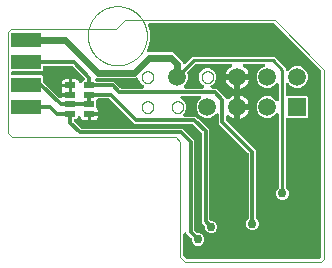
<source format=gbl>
G04 EAGLE Gerber RS-274X export*
G75*
%MOMM*%
%FSLAX34Y34*%
%LPD*%
%INunten Kupfer*%
%IPPOS*%
%AMOC8*
5,1,8,0,0,1.08239X$1,22.5*%
G01*
%ADD10C,0.000000*%
%ADD11R,0.900000X0.500000*%
%ADD12R,2.540000X1.270000*%
%ADD13R,1.508000X1.508000*%
%ADD14C,1.508000*%
%ADD15C,0.754800*%
%ADD16C,0.304800*%
%ADD17C,0.254000*%
%ADD18C,0.609600*%

G36*
X266412Y11445D02*
X266412Y11445D01*
X266538Y11452D01*
X266585Y11465D01*
X266633Y11471D01*
X266752Y11513D01*
X266873Y11548D01*
X266915Y11572D01*
X266961Y11588D01*
X267067Y11657D01*
X267177Y11718D01*
X267224Y11758D01*
X267254Y11777D01*
X267287Y11812D01*
X267364Y11877D01*
X267523Y12036D01*
X267602Y12135D01*
X267686Y12229D01*
X267710Y12271D01*
X267740Y12309D01*
X267794Y12423D01*
X267855Y12534D01*
X267868Y12581D01*
X267889Y12624D01*
X267915Y12748D01*
X267950Y12870D01*
X267955Y12930D01*
X267962Y12965D01*
X267961Y13013D01*
X267969Y13113D01*
X267969Y169767D01*
X267955Y169892D01*
X267948Y170018D01*
X267935Y170065D01*
X267929Y170113D01*
X267887Y170232D01*
X267852Y170353D01*
X267828Y170395D01*
X267812Y170441D01*
X267743Y170547D01*
X267682Y170657D01*
X267642Y170704D01*
X267623Y170734D01*
X267588Y170767D01*
X267523Y170844D01*
X227994Y210373D01*
X227895Y210452D01*
X227801Y210536D01*
X227759Y210560D01*
X227721Y210590D01*
X227607Y210644D01*
X227496Y210705D01*
X227449Y210718D01*
X227406Y210739D01*
X227282Y210765D01*
X227160Y210800D01*
X227100Y210805D01*
X227065Y210812D01*
X227017Y210811D01*
X226917Y210819D01*
X122825Y210819D01*
X122774Y210813D01*
X122724Y210816D01*
X122602Y210794D01*
X122479Y210779D01*
X122431Y210762D01*
X122381Y210753D01*
X122267Y210704D01*
X122151Y210662D01*
X122108Y210634D01*
X122061Y210614D01*
X121962Y210540D01*
X121858Y210473D01*
X121823Y210436D01*
X121782Y210406D01*
X121702Y210311D01*
X121616Y210222D01*
X121590Y210178D01*
X121557Y210139D01*
X121500Y210029D01*
X121437Y209923D01*
X121422Y209875D01*
X121398Y209829D01*
X121368Y209709D01*
X121331Y209591D01*
X121327Y209540D01*
X121314Y209491D01*
X121313Y209367D01*
X121303Y209244D01*
X121310Y209193D01*
X121310Y209142D01*
X121354Y208902D01*
X122741Y203726D01*
X122741Y196474D01*
X120864Y189470D01*
X120285Y188468D01*
X120255Y188398D01*
X120216Y188333D01*
X120186Y188239D01*
X120147Y188148D01*
X120133Y188073D01*
X120110Y188001D01*
X120102Y187903D01*
X120084Y187805D01*
X120088Y187729D01*
X120082Y187654D01*
X120097Y187556D01*
X120102Y187457D01*
X120123Y187384D01*
X120134Y187309D01*
X120170Y187217D01*
X120198Y187122D01*
X120235Y187056D01*
X120263Y186985D01*
X120319Y186904D01*
X120367Y186817D01*
X120418Y186761D01*
X120461Y186699D01*
X120535Y186633D01*
X120602Y186559D01*
X120664Y186516D01*
X120720Y186466D01*
X120807Y186418D01*
X120888Y186362D01*
X120959Y186334D01*
X121025Y186297D01*
X121121Y186270D01*
X121213Y186234D01*
X121288Y186223D01*
X121361Y186202D01*
X121511Y186190D01*
X121558Y186183D01*
X121576Y186185D01*
X121604Y186183D01*
X141880Y186183D01*
X143560Y185487D01*
X149927Y179120D01*
X150623Y177440D01*
X150623Y177303D01*
X150634Y177203D01*
X150636Y177102D01*
X150654Y177030D01*
X150663Y176956D01*
X150696Y176862D01*
X150721Y176764D01*
X150755Y176698D01*
X150780Y176628D01*
X150835Y176544D01*
X150881Y176455D01*
X150929Y176398D01*
X150969Y176335D01*
X151041Y176266D01*
X151106Y176189D01*
X151166Y176145D01*
X151220Y176093D01*
X151306Y176042D01*
X151387Y175982D01*
X151455Y175953D01*
X151519Y175914D01*
X151615Y175884D01*
X151707Y175844D01*
X151780Y175831D01*
X151851Y175808D01*
X151951Y175800D01*
X152050Y175782D01*
X152124Y175786D01*
X152198Y175780D01*
X152298Y175795D01*
X152398Y175800D01*
X152469Y175821D01*
X152543Y175832D01*
X152636Y175869D01*
X152733Y175897D01*
X152798Y175933D01*
X152867Y175961D01*
X152949Y176018D01*
X153037Y176067D01*
X153113Y176132D01*
X153153Y176160D01*
X153177Y176186D01*
X153223Y176225D01*
X157097Y180099D01*
X159180Y182182D01*
X228170Y182182D01*
X237745Y172608D01*
X237745Y171692D01*
X237756Y171592D01*
X237758Y171491D01*
X237776Y171419D01*
X237785Y171345D01*
X237818Y171251D01*
X237843Y171153D01*
X237877Y171087D01*
X237902Y171017D01*
X237957Y170933D01*
X238003Y170844D01*
X238051Y170787D01*
X238091Y170724D01*
X238163Y170655D01*
X238228Y170578D01*
X238288Y170534D01*
X238342Y170482D01*
X238428Y170431D01*
X238509Y170371D01*
X238577Y170342D01*
X238641Y170303D01*
X238737Y170273D01*
X238829Y170233D01*
X238902Y170220D01*
X238973Y170197D01*
X239073Y170189D01*
X239172Y170171D01*
X239246Y170175D01*
X239320Y170169D01*
X239420Y170184D01*
X239520Y170189D01*
X239591Y170210D01*
X239665Y170221D01*
X239758Y170258D01*
X239855Y170286D01*
X239920Y170322D01*
X239989Y170350D01*
X240071Y170407D01*
X240159Y170456D01*
X240235Y170521D01*
X240275Y170549D01*
X240299Y170575D01*
X240345Y170615D01*
X242515Y172785D01*
X245847Y174165D01*
X249453Y174165D01*
X252785Y172785D01*
X255335Y170235D01*
X256715Y166903D01*
X256715Y163297D01*
X255335Y159965D01*
X252785Y157415D01*
X249453Y156035D01*
X245847Y156035D01*
X242515Y157415D01*
X240345Y159585D01*
X240267Y159648D01*
X240194Y159718D01*
X240130Y159756D01*
X240072Y159802D01*
X239981Y159845D01*
X239895Y159897D01*
X239824Y159919D01*
X239757Y159951D01*
X239659Y159972D01*
X239563Y160003D01*
X239489Y160009D01*
X239416Y160024D01*
X239316Y160023D01*
X239216Y160031D01*
X239142Y160020D01*
X239068Y160018D01*
X238971Y159994D01*
X238871Y159979D01*
X238802Y159952D01*
X238730Y159933D01*
X238641Y159887D01*
X238547Y159850D01*
X238486Y159808D01*
X238420Y159774D01*
X238344Y159709D01*
X238261Y159651D01*
X238211Y159596D01*
X238155Y159548D01*
X238095Y159467D01*
X238028Y159393D01*
X237992Y159328D01*
X237947Y159268D01*
X237908Y159175D01*
X237859Y159088D01*
X237839Y159016D01*
X237809Y158948D01*
X237792Y158849D01*
X237764Y158752D01*
X237756Y158652D01*
X237748Y158605D01*
X237750Y158569D01*
X237745Y158508D01*
X237745Y150288D01*
X237748Y150262D01*
X237746Y150236D01*
X237768Y150089D01*
X237785Y149942D01*
X237793Y149917D01*
X237797Y149891D01*
X237852Y149753D01*
X237902Y149614D01*
X237916Y149592D01*
X237926Y149567D01*
X238011Y149446D01*
X238091Y149321D01*
X238110Y149303D01*
X238125Y149281D01*
X238235Y149182D01*
X238342Y149079D01*
X238364Y149065D01*
X238384Y149048D01*
X238514Y148976D01*
X238641Y148900D01*
X238666Y148892D01*
X238689Y148879D01*
X238832Y148839D01*
X238973Y148794D01*
X238999Y148792D01*
X239024Y148784D01*
X239268Y148765D01*
X255822Y148765D01*
X256715Y147872D01*
X256715Y131528D01*
X255822Y130635D01*
X239268Y130635D01*
X239242Y130632D01*
X239216Y130634D01*
X239069Y130612D01*
X238922Y130595D01*
X238897Y130587D01*
X238871Y130583D01*
X238733Y130528D01*
X238594Y130478D01*
X238572Y130464D01*
X238547Y130454D01*
X238426Y130369D01*
X238301Y130289D01*
X238283Y130270D01*
X238261Y130255D01*
X238162Y130145D01*
X238059Y130038D01*
X238045Y130016D01*
X238028Y129996D01*
X237956Y129866D01*
X237880Y129739D01*
X237872Y129714D01*
X237859Y129691D01*
X237819Y129548D01*
X237774Y129407D01*
X237772Y129381D01*
X237764Y129356D01*
X237745Y129112D01*
X237745Y72005D01*
X237759Y71879D01*
X237766Y71753D01*
X237779Y71707D01*
X237785Y71659D01*
X237827Y71540D01*
X237862Y71418D01*
X237886Y71376D01*
X237902Y71330D01*
X237971Y71224D01*
X238032Y71114D01*
X238072Y71068D01*
X238091Y71038D01*
X238126Y71004D01*
X238191Y70928D01*
X239442Y69677D01*
X240249Y67729D01*
X240249Y65621D01*
X239442Y63673D01*
X237952Y62183D01*
X236004Y61376D01*
X233896Y61376D01*
X231948Y62183D01*
X230458Y63673D01*
X229651Y65621D01*
X229651Y67729D01*
X230458Y69677D01*
X231709Y70928D01*
X231788Y71027D01*
X231872Y71121D01*
X231896Y71163D01*
X231926Y71201D01*
X231980Y71315D01*
X232041Y71426D01*
X232054Y71472D01*
X232075Y71516D01*
X232101Y71639D01*
X232136Y71761D01*
X232141Y71822D01*
X232148Y71856D01*
X232147Y71904D01*
X232155Y72005D01*
X232155Y133108D01*
X232144Y133208D01*
X232142Y133309D01*
X232124Y133381D01*
X232115Y133455D01*
X232082Y133549D01*
X232057Y133647D01*
X232023Y133713D01*
X231998Y133783D01*
X231943Y133867D01*
X231897Y133956D01*
X231849Y134013D01*
X231809Y134076D01*
X231737Y134145D01*
X231672Y134222D01*
X231612Y134266D01*
X231558Y134318D01*
X231472Y134369D01*
X231391Y134429D01*
X231323Y134458D01*
X231259Y134497D01*
X231163Y134527D01*
X231071Y134567D01*
X230998Y134580D01*
X230927Y134603D01*
X230827Y134611D01*
X230728Y134629D01*
X230654Y134625D01*
X230580Y134631D01*
X230480Y134616D01*
X230380Y134611D01*
X230309Y134590D01*
X230235Y134579D01*
X230142Y134542D01*
X230045Y134514D01*
X229980Y134478D01*
X229911Y134450D01*
X229829Y134393D01*
X229741Y134344D01*
X229665Y134279D01*
X229625Y134251D01*
X229601Y134225D01*
X229555Y134185D01*
X227385Y132015D01*
X224053Y130635D01*
X220447Y130635D01*
X217115Y132015D01*
X214565Y134565D01*
X213185Y137897D01*
X213185Y141503D01*
X214565Y144835D01*
X217115Y147385D01*
X220447Y148765D01*
X224053Y148765D01*
X227385Y147385D01*
X229555Y145215D01*
X229633Y145152D01*
X229706Y145082D01*
X229770Y145044D01*
X229828Y144998D01*
X229919Y144955D01*
X230005Y144903D01*
X230076Y144881D01*
X230143Y144849D01*
X230241Y144828D01*
X230337Y144797D01*
X230411Y144791D01*
X230484Y144776D01*
X230584Y144777D01*
X230684Y144769D01*
X230758Y144780D01*
X230832Y144782D01*
X230929Y144806D01*
X231029Y144821D01*
X231098Y144848D01*
X231170Y144867D01*
X231259Y144913D01*
X231353Y144950D01*
X231414Y144992D01*
X231480Y145026D01*
X231556Y145091D01*
X231639Y145149D01*
X231689Y145204D01*
X231745Y145252D01*
X231805Y145333D01*
X231872Y145407D01*
X231908Y145472D01*
X231953Y145532D01*
X231992Y145625D01*
X232041Y145712D01*
X232061Y145784D01*
X232091Y145852D01*
X232108Y145951D01*
X232136Y146048D01*
X232144Y146148D01*
X232152Y146195D01*
X232150Y146231D01*
X232155Y146292D01*
X232155Y158508D01*
X232144Y158608D01*
X232142Y158709D01*
X232124Y158781D01*
X232115Y158855D01*
X232082Y158949D01*
X232057Y159047D01*
X232023Y159113D01*
X231998Y159183D01*
X231943Y159267D01*
X231897Y159356D01*
X231849Y159413D01*
X231809Y159476D01*
X231737Y159545D01*
X231672Y159622D01*
X231612Y159666D01*
X231558Y159718D01*
X231472Y159769D01*
X231391Y159829D01*
X231323Y159858D01*
X231259Y159897D01*
X231163Y159927D01*
X231071Y159967D01*
X230998Y159980D01*
X230927Y160003D01*
X230827Y160011D01*
X230728Y160029D01*
X230654Y160025D01*
X230580Y160031D01*
X230480Y160016D01*
X230380Y160011D01*
X230309Y159990D01*
X230235Y159979D01*
X230142Y159942D01*
X230045Y159914D01*
X229980Y159878D01*
X229911Y159850D01*
X229829Y159793D01*
X229741Y159744D01*
X229665Y159679D01*
X229625Y159651D01*
X229601Y159625D01*
X229555Y159585D01*
X227385Y157415D01*
X224053Y156035D01*
X220447Y156035D01*
X217115Y157415D01*
X214565Y159965D01*
X213185Y163297D01*
X213185Y166903D01*
X214565Y170235D01*
X217115Y172785D01*
X219234Y173662D01*
X219278Y173687D01*
X219325Y173704D01*
X219430Y173771D01*
X219538Y173832D01*
X219576Y173865D01*
X219618Y173893D01*
X219704Y173982D01*
X219797Y174066D01*
X219825Y174107D01*
X219860Y174143D01*
X219924Y174250D01*
X219995Y174352D01*
X220013Y174399D01*
X220039Y174442D01*
X220077Y174561D01*
X220123Y174677D01*
X220130Y174726D01*
X220145Y174774D01*
X220155Y174898D01*
X220173Y175021D01*
X220169Y175072D01*
X220173Y175122D01*
X220155Y175245D01*
X220144Y175369D01*
X220129Y175417D01*
X220122Y175466D01*
X220076Y175582D01*
X220037Y175700D01*
X220011Y175744D01*
X219993Y175790D01*
X219922Y175892D01*
X219858Y175999D01*
X219823Y176035D01*
X219794Y176076D01*
X219702Y176160D01*
X219615Y176249D01*
X219572Y176276D01*
X219535Y176310D01*
X219426Y176370D01*
X219322Y176437D01*
X219274Y176454D01*
X219230Y176478D01*
X219110Y176512D01*
X218993Y176554D01*
X218943Y176559D01*
X218895Y176573D01*
X218651Y176593D01*
X202844Y176593D01*
X202680Y176574D01*
X202516Y176557D01*
X202507Y176554D01*
X202497Y176553D01*
X202343Y176497D01*
X202186Y176444D01*
X202178Y176439D01*
X202169Y176435D01*
X202031Y176346D01*
X201891Y176258D01*
X201884Y176251D01*
X201877Y176246D01*
X201762Y176128D01*
X201646Y176011D01*
X201641Y176003D01*
X201634Y175996D01*
X201550Y175854D01*
X201463Y175714D01*
X201460Y175705D01*
X201455Y175697D01*
X201405Y175539D01*
X201353Y175383D01*
X201352Y175374D01*
X201349Y175365D01*
X201336Y175200D01*
X201321Y175036D01*
X201322Y175027D01*
X201321Y175017D01*
X201346Y174853D01*
X201368Y174691D01*
X201372Y174682D01*
X201373Y174673D01*
X201434Y174519D01*
X201493Y174365D01*
X201498Y174358D01*
X201502Y174349D01*
X201596Y174213D01*
X201688Y174077D01*
X201695Y174070D01*
X201701Y174063D01*
X201823Y173952D01*
X201944Y173840D01*
X201954Y173834D01*
X201959Y173829D01*
X201986Y173815D01*
X202116Y173735D01*
X203417Y172789D01*
X204539Y171667D01*
X205472Y170383D01*
X206192Y168970D01*
X206637Y167599D01*
X197826Y167599D01*
X197800Y167596D01*
X197774Y167598D01*
X197627Y167576D01*
X197480Y167559D01*
X197455Y167551D01*
X197429Y167547D01*
X197292Y167492D01*
X197152Y167442D01*
X197130Y167428D01*
X197105Y167418D01*
X196984Y167333D01*
X196859Y167253D01*
X196847Y167240D01*
X196800Y167285D01*
X196777Y167299D01*
X196758Y167316D01*
X196628Y167388D01*
X196501Y167464D01*
X196476Y167472D01*
X196453Y167485D01*
X196310Y167525D01*
X196169Y167570D01*
X196143Y167572D01*
X196118Y167580D01*
X195874Y167599D01*
X187063Y167599D01*
X187508Y168970D01*
X188228Y170383D01*
X189161Y171667D01*
X190283Y172789D01*
X191612Y173755D01*
X191684Y173803D01*
X191823Y173893D01*
X191830Y173900D01*
X191838Y173905D01*
X191950Y174024D01*
X192066Y174143D01*
X192071Y174151D01*
X192077Y174158D01*
X192159Y174300D01*
X192245Y174442D01*
X192247Y174451D01*
X192252Y174460D01*
X192300Y174617D01*
X192351Y174774D01*
X192352Y174784D01*
X192354Y174793D01*
X192365Y174957D01*
X192379Y175122D01*
X192377Y175131D01*
X192378Y175141D01*
X192351Y175304D01*
X192327Y175466D01*
X192324Y175475D01*
X192322Y175485D01*
X192260Y175636D01*
X192198Y175790D01*
X192193Y175798D01*
X192189Y175807D01*
X192093Y175941D01*
X191999Y176076D01*
X191992Y176083D01*
X191987Y176090D01*
X191863Y176199D01*
X191741Y176310D01*
X191732Y176314D01*
X191725Y176321D01*
X191581Y176398D01*
X191436Y176478D01*
X191426Y176481D01*
X191418Y176485D01*
X191259Y176528D01*
X191100Y176573D01*
X191089Y176574D01*
X191081Y176576D01*
X191052Y176577D01*
X190856Y176593D01*
X162126Y176593D01*
X162000Y176578D01*
X161874Y176572D01*
X161828Y176558D01*
X161780Y176553D01*
X161661Y176510D01*
X161539Y176475D01*
X161497Y176452D01*
X161452Y176435D01*
X161345Y176367D01*
X161235Y176305D01*
X161189Y176266D01*
X161159Y176246D01*
X161125Y176212D01*
X161049Y176147D01*
X154865Y169963D01*
X154818Y169903D01*
X154763Y169850D01*
X154710Y169767D01*
X154649Y169690D01*
X154616Y169621D01*
X154575Y169556D01*
X154542Y169464D01*
X154500Y169375D01*
X154484Y169300D01*
X154458Y169228D01*
X154447Y169130D01*
X154426Y169034D01*
X154428Y168958D01*
X154419Y168882D01*
X154431Y168784D01*
X154432Y168686D01*
X154451Y168611D01*
X154460Y168536D01*
X154506Y168394D01*
X154517Y168348D01*
X154526Y168330D01*
X154535Y168303D01*
X155115Y166903D01*
X155115Y163297D01*
X153735Y159965D01*
X151819Y158049D01*
X151756Y157971D01*
X151686Y157898D01*
X151648Y157834D01*
X151602Y157776D01*
X151559Y157685D01*
X151507Y157599D01*
X151485Y157528D01*
X151453Y157461D01*
X151432Y157363D01*
X151401Y157267D01*
X151395Y157193D01*
X151380Y157120D01*
X151381Y157020D01*
X151373Y156920D01*
X151384Y156846D01*
X151386Y156772D01*
X151410Y156675D01*
X151425Y156575D01*
X151452Y156506D01*
X151471Y156434D01*
X151517Y156345D01*
X151554Y156251D01*
X151596Y156190D01*
X151630Y156124D01*
X151695Y156048D01*
X151753Y155965D01*
X151808Y155915D01*
X151856Y155859D01*
X151937Y155799D01*
X152011Y155732D01*
X152076Y155696D01*
X152136Y155651D01*
X152229Y155612D01*
X152316Y155563D01*
X152388Y155543D01*
X152456Y155513D01*
X152555Y155496D01*
X152652Y155468D01*
X152752Y155460D01*
X152799Y155452D01*
X152835Y155454D01*
X152896Y155449D01*
X167387Y155449D01*
X167438Y155454D01*
X167488Y155452D01*
X167610Y155474D01*
X167734Y155489D01*
X167781Y155506D01*
X167831Y155515D01*
X167945Y155564D01*
X168062Y155606D01*
X168104Y155633D01*
X168150Y155654D01*
X168250Y155728D01*
X168355Y155795D01*
X168390Y155831D01*
X168430Y155861D01*
X168510Y155956D01*
X168597Y156046D01*
X168623Y156089D01*
X168655Y156127D01*
X168712Y156238D01*
X168776Y156345D01*
X168791Y156393D01*
X168814Y156438D01*
X168844Y156558D01*
X168882Y156677D01*
X168886Y156727D01*
X168898Y156776D01*
X168900Y156900D01*
X168910Y157024D01*
X168902Y157074D01*
X168903Y157124D01*
X168877Y157246D01*
X168858Y157369D01*
X168840Y157416D01*
X168829Y157465D01*
X168775Y157577D01*
X168729Y157693D01*
X168701Y157734D01*
X168679Y157780D01*
X168601Y157877D01*
X168530Y157979D01*
X168493Y158013D01*
X168462Y158052D01*
X168364Y158129D01*
X168272Y158212D01*
X168228Y158237D01*
X168188Y158268D01*
X167970Y158379D01*
X167178Y158707D01*
X165057Y160828D01*
X163909Y163600D01*
X163909Y166600D01*
X165057Y169372D01*
X167178Y171493D01*
X169950Y172641D01*
X172950Y172641D01*
X175722Y171493D01*
X177843Y169372D01*
X178991Y166600D01*
X178991Y163600D01*
X177843Y160828D01*
X175722Y158707D01*
X174930Y158379D01*
X174886Y158355D01*
X174838Y158338D01*
X174734Y158270D01*
X174625Y158210D01*
X174588Y158176D01*
X174545Y158149D01*
X174459Y158059D01*
X174367Y157976D01*
X174338Y157934D01*
X174303Y157898D01*
X174239Y157791D01*
X174169Y157689D01*
X174150Y157642D01*
X174124Y157599D01*
X174086Y157481D01*
X174041Y157365D01*
X174033Y157315D01*
X174018Y157267D01*
X174008Y157143D01*
X173990Y157020D01*
X173994Y156970D01*
X173990Y156920D01*
X174009Y156797D01*
X174019Y156673D01*
X174034Y156625D01*
X174042Y156575D01*
X174088Y156459D01*
X174126Y156341D01*
X174152Y156298D01*
X174171Y156251D01*
X174242Y156149D01*
X174306Y156043D01*
X174341Y156006D01*
X174370Y155965D01*
X174462Y155882D01*
X174549Y155793D01*
X174591Y155765D01*
X174628Y155732D01*
X174737Y155672D01*
X174842Y155604D01*
X174889Y155587D01*
X174933Y155563D01*
X175053Y155529D01*
X175170Y155488D01*
X175220Y155482D01*
X175269Y155468D01*
X175513Y155449D01*
X179063Y155449D01*
X181295Y153217D01*
X187626Y146886D01*
X187646Y146870D01*
X187663Y146850D01*
X187782Y146761D01*
X187899Y146669D01*
X187922Y146658D01*
X187943Y146643D01*
X188080Y146584D01*
X188214Y146520D01*
X188239Y146515D01*
X188263Y146505D01*
X188410Y146478D01*
X188554Y146447D01*
X188580Y146448D01*
X188606Y146443D01*
X188755Y146451D01*
X188903Y146453D01*
X188928Y146459D01*
X188954Y146461D01*
X189097Y146502D01*
X189241Y146538D01*
X189264Y146550D01*
X189289Y146557D01*
X189419Y146630D01*
X189551Y146698D01*
X189571Y146715D01*
X189594Y146728D01*
X189780Y146886D01*
X190283Y147389D01*
X191567Y148322D01*
X192980Y149042D01*
X194351Y149487D01*
X194351Y140676D01*
X194354Y140650D01*
X194352Y140624D01*
X194374Y140477D01*
X194391Y140330D01*
X194399Y140305D01*
X194403Y140279D01*
X194458Y140142D01*
X194508Y140002D01*
X194522Y139980D01*
X194532Y139955D01*
X194617Y139834D01*
X194697Y139709D01*
X194710Y139697D01*
X194665Y139650D01*
X194651Y139627D01*
X194634Y139608D01*
X194562Y139478D01*
X194486Y139351D01*
X194478Y139326D01*
X194465Y139303D01*
X194425Y139160D01*
X194380Y139019D01*
X194377Y138993D01*
X194370Y138968D01*
X194351Y138724D01*
X194351Y129913D01*
X192980Y130358D01*
X191567Y131078D01*
X190283Y132011D01*
X189799Y132495D01*
X189721Y132557D01*
X189648Y132627D01*
X189584Y132665D01*
X189526Y132711D01*
X189435Y132754D01*
X189349Y132806D01*
X189278Y132828D01*
X189211Y132860D01*
X189113Y132881D01*
X189017Y132912D01*
X188943Y132918D01*
X188870Y132934D01*
X188770Y132932D01*
X188670Y132940D01*
X188596Y132929D01*
X188522Y132928D01*
X188425Y132903D01*
X188325Y132888D01*
X188256Y132861D01*
X188184Y132843D01*
X188095Y132797D01*
X188001Y132759D01*
X187940Y132717D01*
X187874Y132683D01*
X187797Y132618D01*
X187715Y132561D01*
X187665Y132505D01*
X187609Y132457D01*
X187549Y132376D01*
X187482Y132302D01*
X187446Y132237D01*
X187401Y132177D01*
X187362Y132085D01*
X187313Y131997D01*
X187293Y131925D01*
X187263Y131857D01*
X187246Y131758D01*
X187218Y131661D01*
X187210Y131561D01*
X187202Y131514D01*
X187204Y131478D01*
X187199Y131418D01*
X187199Y128894D01*
X187213Y128768D01*
X187220Y128642D01*
X187233Y128596D01*
X187239Y128548D01*
X187281Y128429D01*
X187316Y128307D01*
X187340Y128265D01*
X187356Y128219D01*
X187425Y128113D01*
X187486Y128003D01*
X187526Y127957D01*
X187545Y127927D01*
X187580Y127893D01*
X187645Y127817D01*
X212599Y102863D01*
X212599Y45826D01*
X212613Y45700D01*
X212620Y45574D01*
X212633Y45528D01*
X212639Y45480D01*
X212681Y45361D01*
X212716Y45239D01*
X212740Y45197D01*
X212756Y45151D01*
X212825Y45045D01*
X212886Y44935D01*
X212926Y44889D01*
X212945Y44859D01*
X212980Y44825D01*
X213045Y44749D01*
X214042Y43752D01*
X214849Y41804D01*
X214849Y39696D01*
X214042Y37748D01*
X212552Y36258D01*
X210604Y35451D01*
X208496Y35451D01*
X206548Y36258D01*
X205058Y37748D01*
X204251Y39696D01*
X204251Y41804D01*
X205058Y43752D01*
X206055Y44749D01*
X206134Y44848D01*
X206218Y44942D01*
X206242Y44984D01*
X206272Y45022D01*
X206326Y45136D01*
X206387Y45247D01*
X206400Y45293D01*
X206421Y45337D01*
X206447Y45460D01*
X206482Y45582D01*
X206487Y45643D01*
X206494Y45677D01*
X206493Y45725D01*
X206501Y45826D01*
X206501Y99706D01*
X206487Y99831D01*
X206480Y99958D01*
X206467Y100004D01*
X206461Y100052D01*
X206419Y100171D01*
X206384Y100293D01*
X206360Y100335D01*
X206344Y100381D01*
X206275Y100487D01*
X206214Y100597D01*
X206174Y100643D01*
X206155Y100673D01*
X206120Y100707D01*
X206055Y100783D01*
X181101Y125737D01*
X181101Y132854D01*
X181090Y132954D01*
X181088Y133055D01*
X181070Y133127D01*
X181061Y133201D01*
X181028Y133295D01*
X181003Y133393D01*
X180969Y133459D01*
X180944Y133529D01*
X180889Y133613D01*
X180843Y133702D01*
X180795Y133759D01*
X180755Y133822D01*
X180683Y133891D01*
X180618Y133968D01*
X180558Y134012D01*
X180504Y134064D01*
X180418Y134115D01*
X180337Y134175D01*
X180269Y134204D01*
X180205Y134243D01*
X180109Y134273D01*
X180017Y134313D01*
X179944Y134326D01*
X179873Y134349D01*
X179773Y134357D01*
X179674Y134375D01*
X179600Y134371D01*
X179526Y134377D01*
X179426Y134362D01*
X179326Y134357D01*
X179255Y134336D01*
X179181Y134325D01*
X179088Y134288D01*
X178991Y134260D01*
X178926Y134224D01*
X178857Y134196D01*
X178775Y134139D01*
X178687Y134090D01*
X178611Y134025D01*
X178571Y133997D01*
X178547Y133971D01*
X178501Y133931D01*
X176585Y132015D01*
X173253Y130635D01*
X169647Y130635D01*
X166315Y132015D01*
X163765Y134565D01*
X162385Y137897D01*
X162385Y141503D01*
X163765Y144835D01*
X165681Y146751D01*
X165744Y146829D01*
X165814Y146902D01*
X165852Y146966D01*
X165898Y147024D01*
X165941Y147115D01*
X165993Y147201D01*
X166015Y147272D01*
X166047Y147339D01*
X166068Y147437D01*
X166099Y147533D01*
X166105Y147607D01*
X166120Y147680D01*
X166119Y147780D01*
X166127Y147880D01*
X166116Y147954D01*
X166114Y148028D01*
X166090Y148125D01*
X166075Y148225D01*
X166048Y148294D01*
X166029Y148366D01*
X165983Y148455D01*
X165946Y148549D01*
X165904Y148610D01*
X165870Y148676D01*
X165805Y148752D01*
X165747Y148835D01*
X165692Y148885D01*
X165644Y148941D01*
X165563Y149001D01*
X165489Y149068D01*
X165424Y149104D01*
X165364Y149149D01*
X165271Y149188D01*
X165184Y149237D01*
X165112Y149257D01*
X165044Y149287D01*
X164945Y149304D01*
X164848Y149332D01*
X164748Y149340D01*
X164701Y149348D01*
X164665Y149346D01*
X164604Y149351D01*
X150113Y149351D01*
X150062Y149346D01*
X150012Y149348D01*
X149890Y149326D01*
X149766Y149311D01*
X149719Y149294D01*
X149669Y149285D01*
X149555Y149236D01*
X149438Y149194D01*
X149396Y149167D01*
X149350Y149146D01*
X149250Y149072D01*
X149145Y149005D01*
X149110Y148969D01*
X149070Y148939D01*
X148990Y148844D01*
X148903Y148754D01*
X148877Y148711D01*
X148845Y148673D01*
X148788Y148562D01*
X148724Y148455D01*
X148709Y148407D01*
X148686Y148362D01*
X148656Y148242D01*
X148618Y148123D01*
X148614Y148073D01*
X148602Y148024D01*
X148600Y147900D01*
X148590Y147776D01*
X148598Y147726D01*
X148597Y147676D01*
X148623Y147554D01*
X148642Y147431D01*
X148660Y147384D01*
X148671Y147335D01*
X148725Y147223D01*
X148771Y147107D01*
X148799Y147066D01*
X148821Y147020D01*
X148899Y146923D01*
X148970Y146821D01*
X149007Y146787D01*
X149038Y146748D01*
X149136Y146671D01*
X149228Y146588D01*
X149272Y146563D01*
X149312Y146532D01*
X149530Y146421D01*
X150322Y146093D01*
X152443Y143972D01*
X153591Y141200D01*
X153591Y138200D01*
X152443Y135429D01*
X151251Y134237D01*
X151188Y134158D01*
X151119Y134086D01*
X151080Y134022D01*
X151034Y133964D01*
X150991Y133873D01*
X150940Y133787D01*
X150917Y133716D01*
X150885Y133648D01*
X150864Y133550D01*
X150833Y133455D01*
X150828Y133380D01*
X150812Y133308D01*
X150814Y133207D01*
X150806Y133107D01*
X150817Y133034D01*
X150818Y132959D01*
X150842Y132862D01*
X150857Y132763D01*
X150885Y132693D01*
X150903Y132621D01*
X150949Y132532D01*
X150986Y132439D01*
X151028Y132378D01*
X151062Y132312D01*
X151128Y132235D01*
X151185Y132153D01*
X151240Y132103D01*
X151288Y132046D01*
X151369Y131986D01*
X151444Y131919D01*
X151509Y131883D01*
X151569Y131839D01*
X151661Y131799D01*
X151749Y131751D01*
X151820Y131730D01*
X151889Y131701D01*
X151987Y131683D01*
X152084Y131656D01*
X152184Y131648D01*
X152232Y131639D01*
X152267Y131641D01*
X152328Y131636D01*
X161600Y131636D01*
X163832Y129404D01*
X170679Y122557D01*
X172911Y120325D01*
X172911Y44922D01*
X172913Y44904D01*
X172912Y44890D01*
X172913Y44883D01*
X172912Y44870D01*
X172934Y44723D01*
X172951Y44576D01*
X172960Y44551D01*
X172964Y44525D01*
X173019Y44387D01*
X173069Y44248D01*
X173083Y44226D01*
X173093Y44201D01*
X173177Y44080D01*
X173258Y43955D01*
X173277Y43937D01*
X173291Y43915D01*
X173402Y43816D01*
X173508Y43713D01*
X173531Y43699D01*
X173550Y43682D01*
X173680Y43610D01*
X173807Y43534D01*
X173832Y43526D01*
X173855Y43513D01*
X173998Y43473D01*
X174139Y43428D01*
X174165Y43426D01*
X174191Y43418D01*
X174434Y43399D01*
X175679Y43399D01*
X177627Y42592D01*
X179117Y41102D01*
X179924Y39154D01*
X179924Y37046D01*
X179117Y35098D01*
X177627Y33608D01*
X175679Y32801D01*
X173571Y32801D01*
X171623Y33608D01*
X170133Y35098D01*
X169326Y37046D01*
X169326Y38456D01*
X169312Y38582D01*
X169305Y38708D01*
X169292Y38754D01*
X169286Y38802D01*
X169244Y38921D01*
X169209Y39043D01*
X169185Y39085D01*
X169169Y39131D01*
X169100Y39237D01*
X169039Y39347D01*
X168999Y39393D01*
X168980Y39423D01*
X168945Y39457D01*
X168880Y39533D01*
X166814Y41600D01*
X166814Y117169D01*
X166799Y117294D01*
X166793Y117421D01*
X166779Y117467D01*
X166774Y117515D01*
X166731Y117634D01*
X166696Y117755D01*
X166673Y117798D01*
X166656Y117843D01*
X166588Y117949D01*
X166526Y118060D01*
X166487Y118106D01*
X166467Y118136D01*
X166433Y118169D01*
X166368Y118246D01*
X159521Y125093D01*
X159422Y125171D01*
X159328Y125256D01*
X159286Y125279D01*
X159248Y125309D01*
X159134Y125363D01*
X159023Y125424D01*
X158976Y125438D01*
X158933Y125458D01*
X158809Y125485D01*
X158688Y125519D01*
X158627Y125524D01*
X158592Y125532D01*
X158544Y125531D01*
X158444Y125539D01*
X109862Y125539D01*
X107630Y127771D01*
X88846Y146555D01*
X88747Y146634D01*
X88653Y146718D01*
X88611Y146742D01*
X88573Y146772D01*
X88459Y146826D01*
X88348Y146887D01*
X88301Y146900D01*
X88258Y146921D01*
X88134Y146947D01*
X88012Y146982D01*
X87952Y146987D01*
X87917Y146994D01*
X87869Y146993D01*
X87769Y147001D01*
X79048Y147001D01*
X79022Y146998D01*
X78996Y147000D01*
X78849Y146978D01*
X78702Y146961D01*
X78677Y146953D01*
X78651Y146949D01*
X78513Y146894D01*
X78374Y146844D01*
X78352Y146830D01*
X78327Y146820D01*
X78206Y146735D01*
X78081Y146655D01*
X78063Y146636D01*
X78041Y146621D01*
X77942Y146511D01*
X77839Y146404D01*
X77825Y146382D01*
X77808Y146362D01*
X77736Y146232D01*
X77660Y146105D01*
X77652Y146080D01*
X77639Y146057D01*
X77599Y145914D01*
X77554Y145773D01*
X77552Y145747D01*
X77544Y145722D01*
X77525Y145478D01*
X77525Y139249D01*
X77539Y139124D01*
X77546Y138998D01*
X77559Y138951D01*
X77565Y138903D01*
X77607Y138784D01*
X77642Y138663D01*
X77666Y138621D01*
X77682Y138575D01*
X77751Y138469D01*
X77812Y138359D01*
X77852Y138312D01*
X77871Y138282D01*
X77906Y138249D01*
X77971Y138172D01*
X78033Y138110D01*
X78368Y137531D01*
X78541Y136885D01*
X78541Y135573D01*
X71500Y135573D01*
X71474Y135570D01*
X71448Y135572D01*
X71301Y135550D01*
X71154Y135534D01*
X71129Y135525D01*
X71103Y135521D01*
X70966Y135466D01*
X70826Y135416D01*
X70804Y135402D01*
X70780Y135392D01*
X70658Y135308D01*
X70533Y135227D01*
X70515Y135208D01*
X70493Y135193D01*
X70394Y135083D01*
X70291Y134976D01*
X70277Y134953D01*
X70259Y134934D01*
X70188Y134804D01*
X70112Y134677D01*
X70104Y134652D01*
X70091Y134629D01*
X70051Y134486D01*
X70005Y134345D01*
X70003Y134319D01*
X69996Y134293D01*
X69977Y134050D01*
X69977Y129009D01*
X66665Y129009D01*
X66019Y129182D01*
X65440Y129517D01*
X64967Y129990D01*
X64632Y130569D01*
X64519Y130991D01*
X64464Y131130D01*
X64414Y131271D01*
X64400Y131292D01*
X64391Y131315D01*
X64306Y131438D01*
X64225Y131564D01*
X64207Y131582D01*
X64193Y131602D01*
X64082Y131702D01*
X63974Y131806D01*
X63953Y131819D01*
X63934Y131836D01*
X63804Y131909D01*
X63675Y131985D01*
X63651Y131993D01*
X63630Y132005D01*
X63486Y132046D01*
X63343Y132092D01*
X63318Y132094D01*
X63295Y132100D01*
X63145Y132107D01*
X62996Y132119D01*
X62971Y132116D01*
X62946Y132117D01*
X62799Y132090D01*
X62651Y132068D01*
X62628Y132059D01*
X62604Y132054D01*
X62466Y131994D01*
X62327Y131939D01*
X62307Y131925D01*
X62284Y131915D01*
X62164Y131826D01*
X62041Y131740D01*
X62024Y131722D01*
X62005Y131707D01*
X61908Y131593D01*
X61808Y131481D01*
X61796Y131460D01*
X61780Y131441D01*
X61712Y131307D01*
X61639Y131176D01*
X61632Y131152D01*
X61621Y131130D01*
X61585Y130985D01*
X61583Y130976D01*
X60632Y130025D01*
X60072Y130025D01*
X60046Y130022D01*
X60020Y130024D01*
X59873Y130002D01*
X59726Y129985D01*
X59701Y129977D01*
X59675Y129973D01*
X59537Y129918D01*
X59398Y129868D01*
X59376Y129854D01*
X59351Y129844D01*
X59230Y129759D01*
X59105Y129679D01*
X59087Y129660D01*
X59065Y129645D01*
X58966Y129535D01*
X58863Y129428D01*
X58849Y129406D01*
X58832Y129386D01*
X58760Y129256D01*
X58684Y129129D01*
X58676Y129104D01*
X58663Y129081D01*
X58623Y128938D01*
X58578Y128797D01*
X58576Y128771D01*
X58568Y128746D01*
X58549Y128502D01*
X58549Y128321D01*
X58563Y128196D01*
X58570Y128069D01*
X58583Y128023D01*
X58589Y127975D01*
X58631Y127856D01*
X58666Y127735D01*
X58690Y127692D01*
X58706Y127647D01*
X58775Y127541D01*
X58836Y127430D01*
X58876Y127384D01*
X58895Y127354D01*
X58930Y127321D01*
X58995Y127244D01*
X64317Y121922D01*
X64416Y121844D01*
X64510Y121759D01*
X64552Y121736D01*
X64590Y121706D01*
X64704Y121652D01*
X64815Y121591D01*
X64861Y121577D01*
X64905Y121557D01*
X65028Y121530D01*
X65150Y121496D01*
X65211Y121491D01*
X65246Y121483D01*
X65294Y121484D01*
X65394Y121476D01*
X150488Y121476D01*
X160211Y111753D01*
X160211Y35994D01*
X160226Y35868D01*
X160232Y35742D01*
X160246Y35696D01*
X160251Y35648D01*
X160294Y35529D01*
X160329Y35407D01*
X160352Y35365D01*
X160369Y35319D01*
X160437Y35213D01*
X160499Y35103D01*
X160538Y35057D01*
X160558Y35027D01*
X160592Y34993D01*
X160657Y34917D01*
X162079Y33495D01*
X162178Y33416D01*
X162272Y33332D01*
X162314Y33308D01*
X162352Y33278D01*
X162466Y33224D01*
X162577Y33163D01*
X162624Y33150D01*
X162667Y33129D01*
X162791Y33103D01*
X162913Y33068D01*
X162973Y33063D01*
X163008Y33056D01*
X163056Y33057D01*
X163156Y33049D01*
X164566Y33049D01*
X166514Y32242D01*
X168005Y30752D01*
X168811Y28804D01*
X168811Y26696D01*
X168005Y24748D01*
X166514Y23258D01*
X164566Y22451D01*
X162459Y22451D01*
X160511Y23258D01*
X159020Y24748D01*
X158214Y26696D01*
X158214Y28106D01*
X158199Y28232D01*
X158193Y28358D01*
X158179Y28404D01*
X158174Y28452D01*
X158131Y28571D01*
X158096Y28693D01*
X158073Y28735D01*
X158056Y28781D01*
X157988Y28887D01*
X157926Y28997D01*
X157887Y29043D01*
X157867Y29073D01*
X157833Y29107D01*
X157768Y29183D01*
X153731Y33220D01*
X153653Y33282D01*
X153580Y33352D01*
X153516Y33390D01*
X153458Y33436D01*
X153367Y33479D01*
X153281Y33531D01*
X153210Y33554D01*
X153143Y33585D01*
X153045Y33607D01*
X152949Y33637D01*
X152875Y33643D01*
X152802Y33659D01*
X152702Y33657D01*
X152602Y33665D01*
X152528Y33654D01*
X152454Y33653D01*
X152357Y33628D01*
X152257Y33613D01*
X152188Y33586D01*
X152116Y33568D01*
X152026Y33522D01*
X151933Y33485D01*
X151872Y33442D01*
X151806Y33408D01*
X151729Y33343D01*
X151647Y33286D01*
X151597Y33231D01*
X151541Y33182D01*
X151481Y33102D01*
X151414Y33027D01*
X151378Y32962D01*
X151333Y32902D01*
X151294Y32810D01*
X151245Y32722D01*
X151225Y32650D01*
X151195Y32582D01*
X151178Y32483D01*
X151150Y32387D01*
X151142Y32287D01*
X151134Y32239D01*
X151136Y32203D01*
X151131Y32143D01*
X151131Y14383D01*
X151145Y14258D01*
X151152Y14132D01*
X151165Y14085D01*
X151171Y14037D01*
X151213Y13918D01*
X151248Y13797D01*
X151272Y13755D01*
X151288Y13709D01*
X151357Y13603D01*
X151418Y13493D01*
X151458Y13446D01*
X151477Y13416D01*
X151512Y13383D01*
X151577Y13306D01*
X153006Y11877D01*
X153105Y11798D01*
X153199Y11714D01*
X153241Y11690D01*
X153279Y11660D01*
X153393Y11606D01*
X153504Y11545D01*
X153551Y11532D01*
X153594Y11511D01*
X153718Y11485D01*
X153840Y11450D01*
X153900Y11445D01*
X153935Y11438D01*
X153983Y11439D01*
X154083Y11431D01*
X266287Y11431D01*
X266412Y11445D01*
G37*
G36*
X47062Y147248D02*
X47062Y147248D01*
X47136Y147250D01*
X47233Y147274D01*
X47333Y147289D01*
X47402Y147317D01*
X47474Y147335D01*
X47564Y147381D01*
X47657Y147418D01*
X47718Y147460D01*
X47784Y147494D01*
X47861Y147560D01*
X47943Y147617D01*
X47993Y147672D01*
X48049Y147720D01*
X48109Y147801D01*
X48176Y147876D01*
X48212Y147941D01*
X48257Y148000D01*
X48296Y148093D01*
X48345Y148181D01*
X48365Y148252D01*
X48395Y148320D01*
X48412Y148419D01*
X48440Y148516D01*
X48440Y148527D01*
X55500Y148527D01*
X55526Y148530D01*
X55552Y148527D01*
X55699Y148549D01*
X55846Y148566D01*
X55871Y148575D01*
X55897Y148579D01*
X56034Y148634D01*
X56174Y148684D01*
X56196Y148698D01*
X56220Y148708D01*
X56342Y148792D01*
X56467Y148873D01*
X56485Y148892D01*
X56507Y148907D01*
X56606Y149017D01*
X56709Y149124D01*
X56723Y149147D01*
X56740Y149166D01*
X56812Y149296D01*
X56888Y149423D01*
X56896Y149448D01*
X56909Y149471D01*
X56949Y149614D01*
X56995Y149755D01*
X56997Y149781D01*
X57004Y149807D01*
X57023Y150050D01*
X57023Y158050D01*
X57023Y163091D01*
X60335Y163091D01*
X60981Y162918D01*
X61560Y162583D01*
X62033Y162110D01*
X62368Y161531D01*
X62481Y161109D01*
X62536Y160969D01*
X62586Y160829D01*
X62600Y160808D01*
X62609Y160785D01*
X62694Y160662D01*
X62775Y160536D01*
X62793Y160518D01*
X62807Y160498D01*
X62918Y160398D01*
X63026Y160294D01*
X63047Y160281D01*
X63066Y160264D01*
X63196Y160191D01*
X63325Y160115D01*
X63349Y160107D01*
X63370Y160095D01*
X63514Y160054D01*
X63657Y160008D01*
X63682Y160006D01*
X63705Y160000D01*
X63855Y159993D01*
X64004Y159981D01*
X64029Y159984D01*
X64054Y159983D01*
X64201Y160010D01*
X64349Y160032D01*
X64372Y160041D01*
X64396Y160046D01*
X64534Y160106D01*
X64673Y160161D01*
X64693Y160175D01*
X64716Y160185D01*
X64836Y160274D01*
X64959Y160360D01*
X64976Y160378D01*
X64995Y160393D01*
X65092Y160507D01*
X65192Y160619D01*
X65204Y160640D01*
X65220Y160659D01*
X65288Y160793D01*
X65361Y160924D01*
X65368Y160948D01*
X65379Y160970D01*
X65415Y161115D01*
X65417Y161124D01*
X66390Y162096D01*
X66429Y162106D01*
X66502Y162115D01*
X66597Y162148D01*
X66694Y162173D01*
X66761Y162207D01*
X66831Y162232D01*
X66915Y162287D01*
X67004Y162333D01*
X67061Y162381D01*
X67123Y162421D01*
X67193Y162493D01*
X67270Y162558D01*
X67314Y162618D01*
X67366Y162672D01*
X67417Y162758D01*
X67477Y162839D01*
X67506Y162907D01*
X67544Y162971D01*
X67575Y163067D01*
X67615Y163159D01*
X67628Y163232D01*
X67651Y163303D01*
X67659Y163403D01*
X67676Y163502D01*
X67673Y163576D01*
X67679Y163650D01*
X67664Y163750D01*
X67659Y163850D01*
X67638Y163921D01*
X67627Y163995D01*
X67590Y164088D01*
X67562Y164185D01*
X67526Y164250D01*
X67498Y164319D01*
X67441Y164401D01*
X67392Y164489D01*
X67327Y164565D01*
X67299Y164605D01*
X67273Y164629D01*
X67233Y164675D01*
X57603Y174305D01*
X57504Y174384D01*
X57410Y174468D01*
X57368Y174492D01*
X57330Y174522D01*
X57216Y174576D01*
X57105Y174637D01*
X57059Y174650D01*
X57015Y174671D01*
X56892Y174697D01*
X56770Y174732D01*
X56709Y174737D01*
X56674Y174744D01*
X56626Y174743D01*
X56526Y174751D01*
X33528Y174751D01*
X33502Y174748D01*
X33476Y174750D01*
X33329Y174728D01*
X33182Y174711D01*
X33157Y174703D01*
X33131Y174699D01*
X32993Y174644D01*
X32854Y174594D01*
X32832Y174580D01*
X32807Y174570D01*
X32686Y174485D01*
X32561Y174405D01*
X32543Y174386D01*
X32521Y174371D01*
X32422Y174261D01*
X32319Y174154D01*
X32305Y174132D01*
X32288Y174112D01*
X32216Y173982D01*
X32140Y173855D01*
X32132Y173830D01*
X32119Y173807D01*
X32079Y173664D01*
X32034Y173523D01*
X32032Y173497D01*
X32024Y173472D01*
X32005Y173228D01*
X32005Y170818D01*
X31112Y169925D01*
X6604Y169925D01*
X6578Y169922D01*
X6552Y169924D01*
X6405Y169902D01*
X6258Y169885D01*
X6233Y169877D01*
X6207Y169873D01*
X6069Y169818D01*
X5930Y169768D01*
X5908Y169754D01*
X5883Y169744D01*
X5762Y169659D01*
X5637Y169579D01*
X5619Y169560D01*
X5597Y169545D01*
X5498Y169435D01*
X5395Y169328D01*
X5381Y169306D01*
X5364Y169286D01*
X5292Y169156D01*
X5216Y169029D01*
X5208Y169004D01*
X5195Y168981D01*
X5155Y168838D01*
X5110Y168697D01*
X5108Y168671D01*
X5100Y168646D01*
X5081Y168402D01*
X5081Y168148D01*
X5084Y168122D01*
X5082Y168096D01*
X5104Y167949D01*
X5121Y167802D01*
X5129Y167777D01*
X5133Y167751D01*
X5188Y167613D01*
X5238Y167474D01*
X5252Y167452D01*
X5262Y167427D01*
X5347Y167306D01*
X5427Y167181D01*
X5446Y167163D01*
X5461Y167141D01*
X5571Y167042D01*
X5678Y166939D01*
X5700Y166925D01*
X5720Y166908D01*
X5850Y166836D01*
X5977Y166760D01*
X6002Y166752D01*
X6025Y166739D01*
X6168Y166699D01*
X6309Y166654D01*
X6335Y166652D01*
X6360Y166644D01*
X6604Y166625D01*
X31112Y166625D01*
X32005Y165732D01*
X32005Y162168D01*
X32019Y162042D01*
X32026Y161916D01*
X32039Y161870D01*
X32045Y161822D01*
X32087Y161703D01*
X32122Y161581D01*
X32146Y161539D01*
X32162Y161493D01*
X32231Y161387D01*
X32292Y161277D01*
X32332Y161231D01*
X32351Y161201D01*
X32386Y161167D01*
X32451Y161091D01*
X33975Y159567D01*
X45859Y147683D01*
X45937Y147620D01*
X46010Y147550D01*
X46074Y147512D01*
X46132Y147466D01*
X46223Y147423D01*
X46309Y147372D01*
X46380Y147349D01*
X46447Y147317D01*
X46545Y147296D01*
X46641Y147265D01*
X46715Y147259D01*
X46788Y147244D01*
X46888Y147245D01*
X46988Y147237D01*
X47062Y147248D01*
G37*
G36*
X116638Y155454D02*
X116638Y155454D01*
X116688Y155452D01*
X116810Y155474D01*
X116934Y155489D01*
X116981Y155506D01*
X117031Y155515D01*
X117145Y155564D01*
X117262Y155606D01*
X117304Y155633D01*
X117350Y155654D01*
X117450Y155728D01*
X117555Y155795D01*
X117590Y155831D01*
X117630Y155861D01*
X117710Y155956D01*
X117797Y156046D01*
X117823Y156089D01*
X117855Y156127D01*
X117912Y156238D01*
X117976Y156345D01*
X117991Y156393D01*
X118014Y156438D01*
X118044Y156558D01*
X118082Y156677D01*
X118086Y156727D01*
X118098Y156776D01*
X118100Y156900D01*
X118110Y157024D01*
X118102Y157074D01*
X118103Y157124D01*
X118077Y157246D01*
X118058Y157369D01*
X118040Y157416D01*
X118029Y157465D01*
X117975Y157577D01*
X117929Y157693D01*
X117901Y157734D01*
X117879Y157780D01*
X117801Y157877D01*
X117730Y157979D01*
X117693Y158013D01*
X117662Y158052D01*
X117564Y158129D01*
X117472Y158212D01*
X117428Y158237D01*
X117388Y158268D01*
X117170Y158379D01*
X116378Y158707D01*
X114257Y160828D01*
X112995Y163875D01*
X112982Y163898D01*
X112974Y163923D01*
X112898Y164051D01*
X112826Y164180D01*
X112808Y164200D01*
X112795Y164222D01*
X112691Y164329D01*
X112592Y164438D01*
X112570Y164453D01*
X112552Y164472D01*
X112427Y164552D01*
X112305Y164636D01*
X112281Y164646D01*
X112259Y164660D01*
X112119Y164710D01*
X111981Y164764D01*
X111955Y164768D01*
X111930Y164777D01*
X111783Y164793D01*
X111636Y164815D01*
X111610Y164813D01*
X111584Y164816D01*
X111437Y164799D01*
X111289Y164786D01*
X111264Y164778D01*
X111238Y164775D01*
X111005Y164700D01*
X110130Y164337D01*
X78046Y164337D01*
X77947Y164326D01*
X77846Y164324D01*
X77774Y164306D01*
X77700Y164297D01*
X77606Y164263D01*
X77508Y164239D01*
X77442Y164205D01*
X77372Y164180D01*
X77288Y164125D01*
X77198Y164079D01*
X77142Y164031D01*
X77079Y163991D01*
X77010Y163919D01*
X76933Y163853D01*
X76889Y163794D01*
X76837Y163740D01*
X76786Y163654D01*
X76726Y163573D01*
X76696Y163505D01*
X76658Y163441D01*
X76628Y163345D01*
X76588Y163253D01*
X76575Y163180D01*
X76552Y163109D01*
X76544Y163009D01*
X76526Y162910D01*
X76530Y162836D01*
X76524Y162762D01*
X76539Y162663D01*
X76544Y162562D01*
X76565Y162491D01*
X76576Y162417D01*
X76613Y162324D01*
X76641Y162227D01*
X76677Y162162D01*
X76705Y162093D01*
X76762Y162011D01*
X76811Y161923D01*
X76876Y161847D01*
X76903Y161807D01*
X76930Y161783D01*
X76969Y161737D01*
X77162Y161545D01*
X77260Y161466D01*
X77354Y161382D01*
X77397Y161358D01*
X77435Y161328D01*
X77549Y161274D01*
X77659Y161213D01*
X77706Y161200D01*
X77750Y161179D01*
X77873Y161153D01*
X77995Y161118D01*
X78055Y161113D01*
X78090Y161106D01*
X78139Y161107D01*
X78239Y161099D01*
X92450Y161099D01*
X97654Y155895D01*
X97753Y155816D01*
X97847Y155732D01*
X97889Y155708D01*
X97927Y155678D01*
X98041Y155624D01*
X98152Y155563D01*
X98199Y155550D01*
X98242Y155529D01*
X98366Y155503D01*
X98488Y155468D01*
X98548Y155463D01*
X98583Y155456D01*
X98631Y155457D01*
X98731Y155449D01*
X116587Y155449D01*
X116638Y155454D01*
G37*
%LPC*%
G36*
X199349Y142199D02*
X199349Y142199D01*
X199349Y149487D01*
X200720Y149042D01*
X202133Y148322D01*
X203417Y147389D01*
X204539Y146267D01*
X205472Y144983D01*
X206192Y143570D01*
X206637Y142199D01*
X199349Y142199D01*
G37*
%LPD*%
%LPC*%
G36*
X199349Y162601D02*
X199349Y162601D01*
X206637Y162601D01*
X206192Y161230D01*
X205472Y159817D01*
X204539Y158533D01*
X203417Y157411D01*
X202133Y156478D01*
X200720Y155758D01*
X199349Y155313D01*
X199349Y162601D01*
G37*
%LPD*%
%LPC*%
G36*
X199349Y137201D02*
X199349Y137201D01*
X206637Y137201D01*
X206192Y135830D01*
X205472Y134417D01*
X204539Y133133D01*
X203417Y132011D01*
X202133Y131078D01*
X200720Y130358D01*
X199349Y129913D01*
X199349Y137201D01*
G37*
%LPD*%
%LPC*%
G36*
X192980Y155758D02*
X192980Y155758D01*
X191567Y156478D01*
X190283Y157411D01*
X189161Y158533D01*
X188228Y159817D01*
X187508Y161230D01*
X187063Y162601D01*
X194351Y162601D01*
X194351Y155313D01*
X192980Y155758D01*
G37*
%LPD*%
%LPC*%
G36*
X48459Y151573D02*
X48459Y151573D01*
X48459Y152885D01*
X48666Y153656D01*
X48681Y153756D01*
X48705Y153855D01*
X48706Y153928D01*
X48717Y154000D01*
X48709Y154102D01*
X48710Y154204D01*
X48692Y154300D01*
X48688Y154348D01*
X48677Y154383D01*
X48666Y154444D01*
X48459Y155215D01*
X48459Y156527D01*
X53977Y156527D01*
X53977Y151573D01*
X48459Y151573D01*
G37*
%LPD*%
%LPC*%
G36*
X48459Y159573D02*
X48459Y159573D01*
X48459Y160885D01*
X48632Y161531D01*
X48967Y162110D01*
X49440Y162583D01*
X50019Y162918D01*
X50665Y163091D01*
X53977Y163091D01*
X53977Y159573D01*
X48459Y159573D01*
G37*
%LPD*%
%LPC*%
G36*
X73023Y129009D02*
X73023Y129009D01*
X73023Y132527D01*
X78541Y132527D01*
X78541Y131215D01*
X78368Y130569D01*
X78033Y129990D01*
X77560Y129517D01*
X76981Y129182D01*
X76335Y129009D01*
X73023Y129009D01*
G37*
%LPD*%
D10*
X70200Y200100D02*
X70208Y200714D01*
X70230Y201327D01*
X70268Y201939D01*
X70320Y202550D01*
X70388Y203160D01*
X70471Y203768D01*
X70568Y204374D01*
X70680Y204977D01*
X70807Y205578D01*
X70949Y206175D01*
X71106Y206768D01*
X71276Y207357D01*
X71462Y207942D01*
X71661Y208522D01*
X71875Y209097D01*
X72103Y209667D01*
X72345Y210231D01*
X72600Y210789D01*
X72869Y211340D01*
X73152Y211885D01*
X73448Y212422D01*
X73757Y212953D01*
X74079Y213475D01*
X74413Y213989D01*
X74760Y214495D01*
X75120Y214992D01*
X75491Y215481D01*
X75875Y215960D01*
X76270Y216429D01*
X76676Y216889D01*
X77094Y217339D01*
X77522Y217778D01*
X77961Y218206D01*
X78411Y218624D01*
X78871Y219030D01*
X79340Y219425D01*
X79819Y219809D01*
X80308Y220180D01*
X80805Y220540D01*
X81311Y220887D01*
X81825Y221221D01*
X82347Y221543D01*
X82878Y221852D01*
X83415Y222148D01*
X83960Y222431D01*
X84511Y222700D01*
X85069Y222955D01*
X85633Y223197D01*
X86203Y223425D01*
X86778Y223639D01*
X87358Y223838D01*
X87943Y224024D01*
X88532Y224194D01*
X89125Y224351D01*
X89722Y224493D01*
X90323Y224620D01*
X90926Y224732D01*
X91532Y224829D01*
X92140Y224912D01*
X92750Y224980D01*
X93361Y225032D01*
X93973Y225070D01*
X94586Y225092D01*
X95200Y225100D01*
X95814Y225092D01*
X96427Y225070D01*
X97039Y225032D01*
X97650Y224980D01*
X98260Y224912D01*
X98868Y224829D01*
X99474Y224732D01*
X100077Y224620D01*
X100678Y224493D01*
X101275Y224351D01*
X101868Y224194D01*
X102457Y224024D01*
X103042Y223838D01*
X103622Y223639D01*
X104197Y223425D01*
X104767Y223197D01*
X105331Y222955D01*
X105889Y222700D01*
X106440Y222431D01*
X106985Y222148D01*
X107522Y221852D01*
X108053Y221543D01*
X108575Y221221D01*
X109089Y220887D01*
X109595Y220540D01*
X110092Y220180D01*
X110581Y219809D01*
X111060Y219425D01*
X111529Y219030D01*
X111989Y218624D01*
X112439Y218206D01*
X112878Y217778D01*
X113306Y217339D01*
X113724Y216889D01*
X114130Y216429D01*
X114525Y215960D01*
X114909Y215481D01*
X115280Y214992D01*
X115640Y214495D01*
X115987Y213989D01*
X116321Y213475D01*
X116643Y212953D01*
X116952Y212422D01*
X117248Y211885D01*
X117531Y211340D01*
X117800Y210789D01*
X118055Y210231D01*
X118297Y209667D01*
X118525Y209097D01*
X118739Y208522D01*
X118938Y207942D01*
X119124Y207357D01*
X119294Y206768D01*
X119451Y206175D01*
X119593Y205578D01*
X119720Y204977D01*
X119832Y204374D01*
X119929Y203768D01*
X120012Y203160D01*
X120080Y202550D01*
X120132Y201939D01*
X120170Y201327D01*
X120192Y200714D01*
X120200Y200100D01*
X120192Y199486D01*
X120170Y198873D01*
X120132Y198261D01*
X120080Y197650D01*
X120012Y197040D01*
X119929Y196432D01*
X119832Y195826D01*
X119720Y195223D01*
X119593Y194622D01*
X119451Y194025D01*
X119294Y193432D01*
X119124Y192843D01*
X118938Y192258D01*
X118739Y191678D01*
X118525Y191103D01*
X118297Y190533D01*
X118055Y189969D01*
X117800Y189411D01*
X117531Y188860D01*
X117248Y188315D01*
X116952Y187778D01*
X116643Y187247D01*
X116321Y186725D01*
X115987Y186211D01*
X115640Y185705D01*
X115280Y185208D01*
X114909Y184719D01*
X114525Y184240D01*
X114130Y183771D01*
X113724Y183311D01*
X113306Y182861D01*
X112878Y182422D01*
X112439Y181994D01*
X111989Y181576D01*
X111529Y181170D01*
X111060Y180775D01*
X110581Y180391D01*
X110092Y180020D01*
X109595Y179660D01*
X109089Y179313D01*
X108575Y178979D01*
X108053Y178657D01*
X107522Y178348D01*
X106985Y178052D01*
X106440Y177769D01*
X105889Y177500D01*
X105331Y177245D01*
X104767Y177003D01*
X104197Y176775D01*
X103622Y176561D01*
X103042Y176362D01*
X102457Y176176D01*
X101868Y176006D01*
X101275Y175849D01*
X100678Y175707D01*
X100077Y175580D01*
X99474Y175468D01*
X98868Y175371D01*
X98260Y175288D01*
X97650Y175220D01*
X97039Y175168D01*
X96427Y175130D01*
X95814Y175108D01*
X95200Y175100D01*
X94586Y175108D01*
X93973Y175130D01*
X93361Y175168D01*
X92750Y175220D01*
X92140Y175288D01*
X91532Y175371D01*
X90926Y175468D01*
X90323Y175580D01*
X89722Y175707D01*
X89125Y175849D01*
X88532Y176006D01*
X87943Y176176D01*
X87358Y176362D01*
X86778Y176561D01*
X86203Y176775D01*
X85633Y177003D01*
X85069Y177245D01*
X84511Y177500D01*
X83960Y177769D01*
X83415Y178052D01*
X82878Y178348D01*
X82347Y178657D01*
X81825Y178979D01*
X81311Y179313D01*
X80805Y179660D01*
X80308Y180020D01*
X79819Y180391D01*
X79340Y180775D01*
X78871Y181170D01*
X78411Y181576D01*
X77961Y181994D01*
X77522Y182422D01*
X77094Y182861D01*
X76676Y183311D01*
X76270Y183771D01*
X75875Y184240D01*
X75491Y184719D01*
X75120Y185208D01*
X74760Y185705D01*
X74413Y186211D01*
X74079Y186725D01*
X73757Y187247D01*
X73448Y187778D01*
X73152Y188315D01*
X72869Y188860D01*
X72600Y189411D01*
X72345Y189969D01*
X72103Y190533D01*
X71875Y191103D01*
X71661Y191678D01*
X71462Y192258D01*
X71276Y192843D01*
X71106Y193432D01*
X70949Y194025D01*
X70807Y194622D01*
X70680Y195223D01*
X70568Y195826D01*
X70471Y196432D01*
X70388Y197040D01*
X70320Y197650D01*
X70268Y198261D01*
X70230Y198873D01*
X70208Y199486D01*
X70200Y200100D01*
X144780Y114300D02*
X148590Y110490D01*
X148590Y12700D01*
X152400Y8890D01*
X267970Y8890D01*
X270510Y11430D01*
X270510Y171450D01*
X228600Y213360D01*
X5080Y205740D02*
X2540Y203200D01*
X2540Y118110D01*
X6350Y114300D01*
X144780Y114300D01*
X101600Y213360D02*
X228600Y213360D01*
X101600Y213360D02*
X93980Y205740D01*
X5080Y205740D01*
D11*
X55500Y134050D03*
X55500Y142050D03*
X55500Y150050D03*
X55500Y158050D03*
X71500Y158050D03*
X71500Y150050D03*
X71500Y142050D03*
X71500Y134050D03*
D12*
X17780Y139700D03*
X17780Y158750D03*
X17780Y177800D03*
D13*
X247650Y139700D03*
D14*
X247650Y165100D03*
X222250Y139700D03*
X222250Y165100D03*
X196850Y139700D03*
X196850Y165100D03*
X146050Y165100D03*
D10*
X141050Y139700D02*
X141052Y139841D01*
X141058Y139982D01*
X141068Y140122D01*
X141082Y140262D01*
X141100Y140402D01*
X141121Y140541D01*
X141147Y140680D01*
X141176Y140818D01*
X141210Y140954D01*
X141247Y141090D01*
X141288Y141225D01*
X141333Y141359D01*
X141382Y141491D01*
X141434Y141622D01*
X141490Y141751D01*
X141550Y141878D01*
X141613Y142004D01*
X141679Y142128D01*
X141750Y142251D01*
X141823Y142371D01*
X141900Y142489D01*
X141980Y142605D01*
X142064Y142718D01*
X142150Y142829D01*
X142240Y142938D01*
X142333Y143044D01*
X142428Y143147D01*
X142527Y143248D01*
X142628Y143346D01*
X142732Y143441D01*
X142839Y143533D01*
X142948Y143622D01*
X143060Y143707D01*
X143174Y143790D01*
X143290Y143870D01*
X143409Y143946D01*
X143530Y144018D01*
X143652Y144088D01*
X143777Y144153D01*
X143903Y144216D01*
X144031Y144274D01*
X144161Y144329D01*
X144292Y144381D01*
X144425Y144428D01*
X144559Y144472D01*
X144694Y144513D01*
X144830Y144549D01*
X144967Y144581D01*
X145105Y144610D01*
X145243Y144635D01*
X145383Y144655D01*
X145523Y144672D01*
X145663Y144685D01*
X145804Y144694D01*
X145944Y144699D01*
X146085Y144700D01*
X146226Y144697D01*
X146367Y144690D01*
X146507Y144679D01*
X146647Y144664D01*
X146787Y144645D01*
X146926Y144623D01*
X147064Y144596D01*
X147202Y144566D01*
X147338Y144531D01*
X147474Y144493D01*
X147608Y144451D01*
X147742Y144405D01*
X147874Y144356D01*
X148004Y144302D01*
X148133Y144245D01*
X148260Y144185D01*
X148386Y144121D01*
X148509Y144053D01*
X148631Y143982D01*
X148751Y143908D01*
X148868Y143830D01*
X148983Y143749D01*
X149096Y143665D01*
X149207Y143578D01*
X149315Y143487D01*
X149420Y143394D01*
X149523Y143297D01*
X149623Y143198D01*
X149720Y143096D01*
X149814Y142991D01*
X149905Y142884D01*
X149993Y142774D01*
X150078Y142662D01*
X150160Y142547D01*
X150239Y142430D01*
X150314Y142311D01*
X150386Y142190D01*
X150454Y142067D01*
X150519Y141942D01*
X150581Y141815D01*
X150638Y141686D01*
X150693Y141556D01*
X150743Y141425D01*
X150790Y141292D01*
X150833Y141158D01*
X150872Y141022D01*
X150907Y140886D01*
X150939Y140749D01*
X150966Y140611D01*
X150990Y140472D01*
X151010Y140332D01*
X151026Y140192D01*
X151038Y140052D01*
X151046Y139911D01*
X151050Y139770D01*
X151050Y139630D01*
X151046Y139489D01*
X151038Y139348D01*
X151026Y139208D01*
X151010Y139068D01*
X150990Y138928D01*
X150966Y138789D01*
X150939Y138651D01*
X150907Y138514D01*
X150872Y138378D01*
X150833Y138242D01*
X150790Y138108D01*
X150743Y137975D01*
X150693Y137844D01*
X150638Y137714D01*
X150581Y137585D01*
X150519Y137458D01*
X150454Y137333D01*
X150386Y137210D01*
X150314Y137089D01*
X150239Y136970D01*
X150160Y136853D01*
X150078Y136738D01*
X149993Y136626D01*
X149905Y136516D01*
X149814Y136409D01*
X149720Y136304D01*
X149623Y136202D01*
X149523Y136103D01*
X149420Y136006D01*
X149315Y135913D01*
X149207Y135822D01*
X149096Y135735D01*
X148983Y135651D01*
X148868Y135570D01*
X148751Y135492D01*
X148631Y135418D01*
X148509Y135347D01*
X148386Y135279D01*
X148260Y135215D01*
X148133Y135155D01*
X148004Y135098D01*
X147874Y135044D01*
X147742Y134995D01*
X147608Y134949D01*
X147474Y134907D01*
X147338Y134869D01*
X147202Y134834D01*
X147064Y134804D01*
X146926Y134777D01*
X146787Y134755D01*
X146647Y134736D01*
X146507Y134721D01*
X146367Y134710D01*
X146226Y134703D01*
X146085Y134700D01*
X145944Y134701D01*
X145804Y134706D01*
X145663Y134715D01*
X145523Y134728D01*
X145383Y134745D01*
X145243Y134765D01*
X145105Y134790D01*
X144967Y134819D01*
X144830Y134851D01*
X144694Y134887D01*
X144559Y134928D01*
X144425Y134972D01*
X144292Y135019D01*
X144161Y135071D01*
X144031Y135126D01*
X143903Y135184D01*
X143777Y135247D01*
X143652Y135312D01*
X143530Y135382D01*
X143409Y135454D01*
X143290Y135530D01*
X143174Y135610D01*
X143060Y135693D01*
X142948Y135778D01*
X142839Y135867D01*
X142732Y135959D01*
X142628Y136054D01*
X142527Y136152D01*
X142428Y136253D01*
X142333Y136356D01*
X142240Y136462D01*
X142150Y136571D01*
X142064Y136682D01*
X141980Y136795D01*
X141900Y136911D01*
X141823Y137029D01*
X141750Y137149D01*
X141679Y137272D01*
X141613Y137396D01*
X141550Y137522D01*
X141490Y137649D01*
X141434Y137778D01*
X141382Y137909D01*
X141333Y138041D01*
X141288Y138175D01*
X141247Y138310D01*
X141210Y138446D01*
X141176Y138582D01*
X141147Y138720D01*
X141121Y138859D01*
X141100Y138998D01*
X141082Y139138D01*
X141068Y139278D01*
X141058Y139418D01*
X141052Y139559D01*
X141050Y139700D01*
X115650Y139700D02*
X115652Y139841D01*
X115658Y139982D01*
X115668Y140122D01*
X115682Y140262D01*
X115700Y140402D01*
X115721Y140541D01*
X115747Y140680D01*
X115776Y140818D01*
X115810Y140954D01*
X115847Y141090D01*
X115888Y141225D01*
X115933Y141359D01*
X115982Y141491D01*
X116034Y141622D01*
X116090Y141751D01*
X116150Y141878D01*
X116213Y142004D01*
X116279Y142128D01*
X116350Y142251D01*
X116423Y142371D01*
X116500Y142489D01*
X116580Y142605D01*
X116664Y142718D01*
X116750Y142829D01*
X116840Y142938D01*
X116933Y143044D01*
X117028Y143147D01*
X117127Y143248D01*
X117228Y143346D01*
X117332Y143441D01*
X117439Y143533D01*
X117548Y143622D01*
X117660Y143707D01*
X117774Y143790D01*
X117890Y143870D01*
X118009Y143946D01*
X118130Y144018D01*
X118252Y144088D01*
X118377Y144153D01*
X118503Y144216D01*
X118631Y144274D01*
X118761Y144329D01*
X118892Y144381D01*
X119025Y144428D01*
X119159Y144472D01*
X119294Y144513D01*
X119430Y144549D01*
X119567Y144581D01*
X119705Y144610D01*
X119843Y144635D01*
X119983Y144655D01*
X120123Y144672D01*
X120263Y144685D01*
X120404Y144694D01*
X120544Y144699D01*
X120685Y144700D01*
X120826Y144697D01*
X120967Y144690D01*
X121107Y144679D01*
X121247Y144664D01*
X121387Y144645D01*
X121526Y144623D01*
X121664Y144596D01*
X121802Y144566D01*
X121938Y144531D01*
X122074Y144493D01*
X122208Y144451D01*
X122342Y144405D01*
X122474Y144356D01*
X122604Y144302D01*
X122733Y144245D01*
X122860Y144185D01*
X122986Y144121D01*
X123109Y144053D01*
X123231Y143982D01*
X123351Y143908D01*
X123468Y143830D01*
X123583Y143749D01*
X123696Y143665D01*
X123807Y143578D01*
X123915Y143487D01*
X124020Y143394D01*
X124123Y143297D01*
X124223Y143198D01*
X124320Y143096D01*
X124414Y142991D01*
X124505Y142884D01*
X124593Y142774D01*
X124678Y142662D01*
X124760Y142547D01*
X124839Y142430D01*
X124914Y142311D01*
X124986Y142190D01*
X125054Y142067D01*
X125119Y141942D01*
X125181Y141815D01*
X125238Y141686D01*
X125293Y141556D01*
X125343Y141425D01*
X125390Y141292D01*
X125433Y141158D01*
X125472Y141022D01*
X125507Y140886D01*
X125539Y140749D01*
X125566Y140611D01*
X125590Y140472D01*
X125610Y140332D01*
X125626Y140192D01*
X125638Y140052D01*
X125646Y139911D01*
X125650Y139770D01*
X125650Y139630D01*
X125646Y139489D01*
X125638Y139348D01*
X125626Y139208D01*
X125610Y139068D01*
X125590Y138928D01*
X125566Y138789D01*
X125539Y138651D01*
X125507Y138514D01*
X125472Y138378D01*
X125433Y138242D01*
X125390Y138108D01*
X125343Y137975D01*
X125293Y137844D01*
X125238Y137714D01*
X125181Y137585D01*
X125119Y137458D01*
X125054Y137333D01*
X124986Y137210D01*
X124914Y137089D01*
X124839Y136970D01*
X124760Y136853D01*
X124678Y136738D01*
X124593Y136626D01*
X124505Y136516D01*
X124414Y136409D01*
X124320Y136304D01*
X124223Y136202D01*
X124123Y136103D01*
X124020Y136006D01*
X123915Y135913D01*
X123807Y135822D01*
X123696Y135735D01*
X123583Y135651D01*
X123468Y135570D01*
X123351Y135492D01*
X123231Y135418D01*
X123109Y135347D01*
X122986Y135279D01*
X122860Y135215D01*
X122733Y135155D01*
X122604Y135098D01*
X122474Y135044D01*
X122342Y134995D01*
X122208Y134949D01*
X122074Y134907D01*
X121938Y134869D01*
X121802Y134834D01*
X121664Y134804D01*
X121526Y134777D01*
X121387Y134755D01*
X121247Y134736D01*
X121107Y134721D01*
X120967Y134710D01*
X120826Y134703D01*
X120685Y134700D01*
X120544Y134701D01*
X120404Y134706D01*
X120263Y134715D01*
X120123Y134728D01*
X119983Y134745D01*
X119843Y134765D01*
X119705Y134790D01*
X119567Y134819D01*
X119430Y134851D01*
X119294Y134887D01*
X119159Y134928D01*
X119025Y134972D01*
X118892Y135019D01*
X118761Y135071D01*
X118631Y135126D01*
X118503Y135184D01*
X118377Y135247D01*
X118252Y135312D01*
X118130Y135382D01*
X118009Y135454D01*
X117890Y135530D01*
X117774Y135610D01*
X117660Y135693D01*
X117548Y135778D01*
X117439Y135867D01*
X117332Y135959D01*
X117228Y136054D01*
X117127Y136152D01*
X117028Y136253D01*
X116933Y136356D01*
X116840Y136462D01*
X116750Y136571D01*
X116664Y136682D01*
X116580Y136795D01*
X116500Y136911D01*
X116423Y137029D01*
X116350Y137149D01*
X116279Y137272D01*
X116213Y137396D01*
X116150Y137522D01*
X116090Y137649D01*
X116034Y137778D01*
X115982Y137909D01*
X115933Y138041D01*
X115888Y138175D01*
X115847Y138310D01*
X115810Y138446D01*
X115776Y138582D01*
X115747Y138720D01*
X115721Y138859D01*
X115700Y138998D01*
X115682Y139138D01*
X115668Y139278D01*
X115658Y139418D01*
X115652Y139559D01*
X115650Y139700D01*
X115650Y165100D02*
X115652Y165241D01*
X115658Y165382D01*
X115668Y165522D01*
X115682Y165662D01*
X115700Y165802D01*
X115721Y165941D01*
X115747Y166080D01*
X115776Y166218D01*
X115810Y166354D01*
X115847Y166490D01*
X115888Y166625D01*
X115933Y166759D01*
X115982Y166891D01*
X116034Y167022D01*
X116090Y167151D01*
X116150Y167278D01*
X116213Y167404D01*
X116279Y167528D01*
X116350Y167651D01*
X116423Y167771D01*
X116500Y167889D01*
X116580Y168005D01*
X116664Y168118D01*
X116750Y168229D01*
X116840Y168338D01*
X116933Y168444D01*
X117028Y168547D01*
X117127Y168648D01*
X117228Y168746D01*
X117332Y168841D01*
X117439Y168933D01*
X117548Y169022D01*
X117660Y169107D01*
X117774Y169190D01*
X117890Y169270D01*
X118009Y169346D01*
X118130Y169418D01*
X118252Y169488D01*
X118377Y169553D01*
X118503Y169616D01*
X118631Y169674D01*
X118761Y169729D01*
X118892Y169781D01*
X119025Y169828D01*
X119159Y169872D01*
X119294Y169913D01*
X119430Y169949D01*
X119567Y169981D01*
X119705Y170010D01*
X119843Y170035D01*
X119983Y170055D01*
X120123Y170072D01*
X120263Y170085D01*
X120404Y170094D01*
X120544Y170099D01*
X120685Y170100D01*
X120826Y170097D01*
X120967Y170090D01*
X121107Y170079D01*
X121247Y170064D01*
X121387Y170045D01*
X121526Y170023D01*
X121664Y169996D01*
X121802Y169966D01*
X121938Y169931D01*
X122074Y169893D01*
X122208Y169851D01*
X122342Y169805D01*
X122474Y169756D01*
X122604Y169702D01*
X122733Y169645D01*
X122860Y169585D01*
X122986Y169521D01*
X123109Y169453D01*
X123231Y169382D01*
X123351Y169308D01*
X123468Y169230D01*
X123583Y169149D01*
X123696Y169065D01*
X123807Y168978D01*
X123915Y168887D01*
X124020Y168794D01*
X124123Y168697D01*
X124223Y168598D01*
X124320Y168496D01*
X124414Y168391D01*
X124505Y168284D01*
X124593Y168174D01*
X124678Y168062D01*
X124760Y167947D01*
X124839Y167830D01*
X124914Y167711D01*
X124986Y167590D01*
X125054Y167467D01*
X125119Y167342D01*
X125181Y167215D01*
X125238Y167086D01*
X125293Y166956D01*
X125343Y166825D01*
X125390Y166692D01*
X125433Y166558D01*
X125472Y166422D01*
X125507Y166286D01*
X125539Y166149D01*
X125566Y166011D01*
X125590Y165872D01*
X125610Y165732D01*
X125626Y165592D01*
X125638Y165452D01*
X125646Y165311D01*
X125650Y165170D01*
X125650Y165030D01*
X125646Y164889D01*
X125638Y164748D01*
X125626Y164608D01*
X125610Y164468D01*
X125590Y164328D01*
X125566Y164189D01*
X125539Y164051D01*
X125507Y163914D01*
X125472Y163778D01*
X125433Y163642D01*
X125390Y163508D01*
X125343Y163375D01*
X125293Y163244D01*
X125238Y163114D01*
X125181Y162985D01*
X125119Y162858D01*
X125054Y162733D01*
X124986Y162610D01*
X124914Y162489D01*
X124839Y162370D01*
X124760Y162253D01*
X124678Y162138D01*
X124593Y162026D01*
X124505Y161916D01*
X124414Y161809D01*
X124320Y161704D01*
X124223Y161602D01*
X124123Y161503D01*
X124020Y161406D01*
X123915Y161313D01*
X123807Y161222D01*
X123696Y161135D01*
X123583Y161051D01*
X123468Y160970D01*
X123351Y160892D01*
X123231Y160818D01*
X123109Y160747D01*
X122986Y160679D01*
X122860Y160615D01*
X122733Y160555D01*
X122604Y160498D01*
X122474Y160444D01*
X122342Y160395D01*
X122208Y160349D01*
X122074Y160307D01*
X121938Y160269D01*
X121802Y160234D01*
X121664Y160204D01*
X121526Y160177D01*
X121387Y160155D01*
X121247Y160136D01*
X121107Y160121D01*
X120967Y160110D01*
X120826Y160103D01*
X120685Y160100D01*
X120544Y160101D01*
X120404Y160106D01*
X120263Y160115D01*
X120123Y160128D01*
X119983Y160145D01*
X119843Y160165D01*
X119705Y160190D01*
X119567Y160219D01*
X119430Y160251D01*
X119294Y160287D01*
X119159Y160328D01*
X119025Y160372D01*
X118892Y160419D01*
X118761Y160471D01*
X118631Y160526D01*
X118503Y160584D01*
X118377Y160647D01*
X118252Y160712D01*
X118130Y160782D01*
X118009Y160854D01*
X117890Y160930D01*
X117774Y161010D01*
X117660Y161093D01*
X117548Y161178D01*
X117439Y161267D01*
X117332Y161359D01*
X117228Y161454D01*
X117127Y161552D01*
X117028Y161653D01*
X116933Y161756D01*
X116840Y161862D01*
X116750Y161971D01*
X116664Y162082D01*
X116580Y162195D01*
X116500Y162311D01*
X116423Y162429D01*
X116350Y162549D01*
X116279Y162672D01*
X116213Y162796D01*
X116150Y162922D01*
X116090Y163049D01*
X116034Y163178D01*
X115982Y163309D01*
X115933Y163441D01*
X115888Y163575D01*
X115847Y163710D01*
X115810Y163846D01*
X115776Y163982D01*
X115747Y164120D01*
X115721Y164259D01*
X115700Y164398D01*
X115682Y164538D01*
X115668Y164678D01*
X115658Y164818D01*
X115652Y164959D01*
X115650Y165100D01*
D14*
X171450Y139700D03*
D10*
X166450Y165100D02*
X166452Y165241D01*
X166458Y165382D01*
X166468Y165522D01*
X166482Y165662D01*
X166500Y165802D01*
X166521Y165941D01*
X166547Y166080D01*
X166576Y166218D01*
X166610Y166354D01*
X166647Y166490D01*
X166688Y166625D01*
X166733Y166759D01*
X166782Y166891D01*
X166834Y167022D01*
X166890Y167151D01*
X166950Y167278D01*
X167013Y167404D01*
X167079Y167528D01*
X167150Y167651D01*
X167223Y167771D01*
X167300Y167889D01*
X167380Y168005D01*
X167464Y168118D01*
X167550Y168229D01*
X167640Y168338D01*
X167733Y168444D01*
X167828Y168547D01*
X167927Y168648D01*
X168028Y168746D01*
X168132Y168841D01*
X168239Y168933D01*
X168348Y169022D01*
X168460Y169107D01*
X168574Y169190D01*
X168690Y169270D01*
X168809Y169346D01*
X168930Y169418D01*
X169052Y169488D01*
X169177Y169553D01*
X169303Y169616D01*
X169431Y169674D01*
X169561Y169729D01*
X169692Y169781D01*
X169825Y169828D01*
X169959Y169872D01*
X170094Y169913D01*
X170230Y169949D01*
X170367Y169981D01*
X170505Y170010D01*
X170643Y170035D01*
X170783Y170055D01*
X170923Y170072D01*
X171063Y170085D01*
X171204Y170094D01*
X171344Y170099D01*
X171485Y170100D01*
X171626Y170097D01*
X171767Y170090D01*
X171907Y170079D01*
X172047Y170064D01*
X172187Y170045D01*
X172326Y170023D01*
X172464Y169996D01*
X172602Y169966D01*
X172738Y169931D01*
X172874Y169893D01*
X173008Y169851D01*
X173142Y169805D01*
X173274Y169756D01*
X173404Y169702D01*
X173533Y169645D01*
X173660Y169585D01*
X173786Y169521D01*
X173909Y169453D01*
X174031Y169382D01*
X174151Y169308D01*
X174268Y169230D01*
X174383Y169149D01*
X174496Y169065D01*
X174607Y168978D01*
X174715Y168887D01*
X174820Y168794D01*
X174923Y168697D01*
X175023Y168598D01*
X175120Y168496D01*
X175214Y168391D01*
X175305Y168284D01*
X175393Y168174D01*
X175478Y168062D01*
X175560Y167947D01*
X175639Y167830D01*
X175714Y167711D01*
X175786Y167590D01*
X175854Y167467D01*
X175919Y167342D01*
X175981Y167215D01*
X176038Y167086D01*
X176093Y166956D01*
X176143Y166825D01*
X176190Y166692D01*
X176233Y166558D01*
X176272Y166422D01*
X176307Y166286D01*
X176339Y166149D01*
X176366Y166011D01*
X176390Y165872D01*
X176410Y165732D01*
X176426Y165592D01*
X176438Y165452D01*
X176446Y165311D01*
X176450Y165170D01*
X176450Y165030D01*
X176446Y164889D01*
X176438Y164748D01*
X176426Y164608D01*
X176410Y164468D01*
X176390Y164328D01*
X176366Y164189D01*
X176339Y164051D01*
X176307Y163914D01*
X176272Y163778D01*
X176233Y163642D01*
X176190Y163508D01*
X176143Y163375D01*
X176093Y163244D01*
X176038Y163114D01*
X175981Y162985D01*
X175919Y162858D01*
X175854Y162733D01*
X175786Y162610D01*
X175714Y162489D01*
X175639Y162370D01*
X175560Y162253D01*
X175478Y162138D01*
X175393Y162026D01*
X175305Y161916D01*
X175214Y161809D01*
X175120Y161704D01*
X175023Y161602D01*
X174923Y161503D01*
X174820Y161406D01*
X174715Y161313D01*
X174607Y161222D01*
X174496Y161135D01*
X174383Y161051D01*
X174268Y160970D01*
X174151Y160892D01*
X174031Y160818D01*
X173909Y160747D01*
X173786Y160679D01*
X173660Y160615D01*
X173533Y160555D01*
X173404Y160498D01*
X173274Y160444D01*
X173142Y160395D01*
X173008Y160349D01*
X172874Y160307D01*
X172738Y160269D01*
X172602Y160234D01*
X172464Y160204D01*
X172326Y160177D01*
X172187Y160155D01*
X172047Y160136D01*
X171907Y160121D01*
X171767Y160110D01*
X171626Y160103D01*
X171485Y160100D01*
X171344Y160101D01*
X171204Y160106D01*
X171063Y160115D01*
X170923Y160128D01*
X170783Y160145D01*
X170643Y160165D01*
X170505Y160190D01*
X170367Y160219D01*
X170230Y160251D01*
X170094Y160287D01*
X169959Y160328D01*
X169825Y160372D01*
X169692Y160419D01*
X169561Y160471D01*
X169431Y160526D01*
X169303Y160584D01*
X169177Y160647D01*
X169052Y160712D01*
X168930Y160782D01*
X168809Y160854D01*
X168690Y160930D01*
X168574Y161010D01*
X168460Y161093D01*
X168348Y161178D01*
X168239Y161267D01*
X168132Y161359D01*
X168028Y161454D01*
X167927Y161552D01*
X167828Y161653D01*
X167733Y161756D01*
X167640Y161862D01*
X167550Y161971D01*
X167464Y162082D01*
X167380Y162195D01*
X167300Y162311D01*
X167223Y162429D01*
X167150Y162549D01*
X167079Y162672D01*
X167013Y162796D01*
X166950Y162922D01*
X166890Y163049D01*
X166834Y163178D01*
X166782Y163309D01*
X166733Y163441D01*
X166688Y163575D01*
X166647Y163710D01*
X166610Y163846D01*
X166576Y163982D01*
X166547Y164120D01*
X166521Y164259D01*
X166500Y164398D01*
X166482Y164538D01*
X166468Y164678D01*
X166458Y164818D01*
X166452Y164959D01*
X166450Y165100D01*
D12*
X17780Y196850D03*
D15*
X41910Y160020D03*
X86360Y139700D03*
X212725Y22225D03*
X174625Y125730D03*
X196850Y88900D03*
X231775Y22225D03*
X233363Y55563D03*
X104140Y160020D03*
X215265Y125730D03*
X50800Y168910D03*
X93980Y132080D03*
D16*
X55500Y134050D02*
X55500Y126428D01*
X63500Y118428D01*
X149225Y118428D01*
X157163Y110490D01*
D15*
X163513Y27750D03*
D16*
X55500Y134050D02*
X43750Y134050D01*
X38100Y139700D01*
X17780Y139700D01*
X157163Y110490D02*
X157163Y34100D01*
X163513Y27750D01*
X71500Y142050D02*
X55500Y142050D01*
X71500Y142050D02*
X71500Y150050D01*
X111125Y128588D02*
X160338Y128588D01*
X169863Y119063D02*
X169863Y42863D01*
X174625Y38100D01*
D15*
X174625Y38100D03*
D16*
X169863Y119063D02*
X160338Y128588D01*
X55500Y142050D02*
X47180Y142050D01*
X30480Y158750D01*
X17780Y158750D01*
X71500Y150050D02*
X89663Y150050D01*
X111125Y128588D01*
D17*
X146050Y165100D02*
X160338Y179388D01*
X227013Y179388D01*
X234950Y171450D01*
D15*
X234950Y66675D03*
D17*
X234950Y171450D01*
D18*
X50800Y196850D02*
X17780Y196850D01*
X78740Y168910D02*
X109220Y168910D01*
X121920Y181610D01*
X140970Y181610D01*
X146050Y176530D01*
X146050Y165100D01*
X78740Y168910D02*
X50800Y196850D01*
D15*
X209550Y40750D03*
D16*
X209550Y101600D01*
X184150Y127000D01*
X184150Y146050D01*
X177800Y152400D01*
X96838Y152400D01*
X91188Y158050D02*
X71500Y158050D01*
X91188Y158050D02*
X96838Y152400D01*
X58420Y177800D02*
X17780Y177800D01*
X58420Y177800D02*
X71500Y164720D01*
X71500Y158050D01*
M02*

</source>
